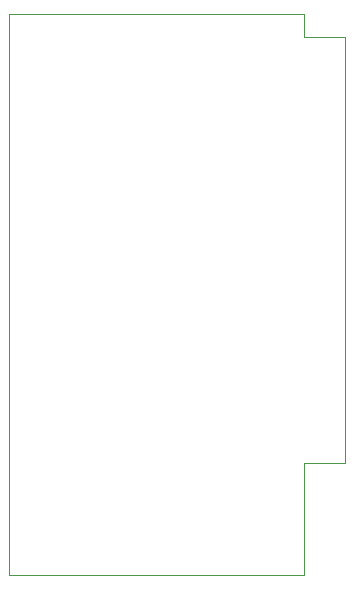
<source format=gbr>
G04*
G04 #@! TF.GenerationSoftware,Altium Limited,Altium Designer,24.9.1 (31)*
G04*
G04 Layer_Color=0*
%FSLAX44Y44*%
%MOMM*%
G71*
G04*
G04 #@! TF.SameCoordinates,2D473B94-B7B4-4BDE-9676-FEF16CC65D84*
G04*
G04*
G04 #@! TF.FilePolarity,Positive*
G04*
G01*
G75*
%ADD44C,0.0254*%
D44*
X-5000Y-5000D02*
X-5000Y470000D01*
X245000D01*
Y450000D01*
X280000D01*
X280000Y90000D01*
X245000D01*
Y-5000D01*
X-5000D01*
M02*

</source>
